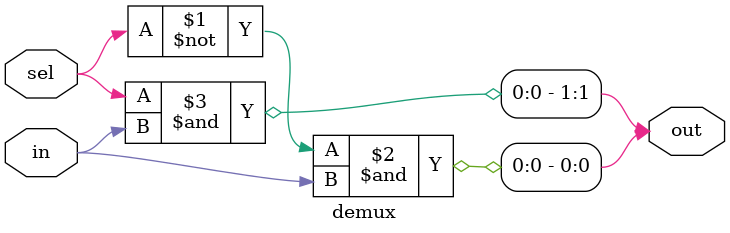
<source format=v>
module demux(
   input in, 
   input sel,
   output [1:0] out    
   );

assign out[0] = ~sel & in;
assign out[1] =  sel & in;

endmodule

</source>
